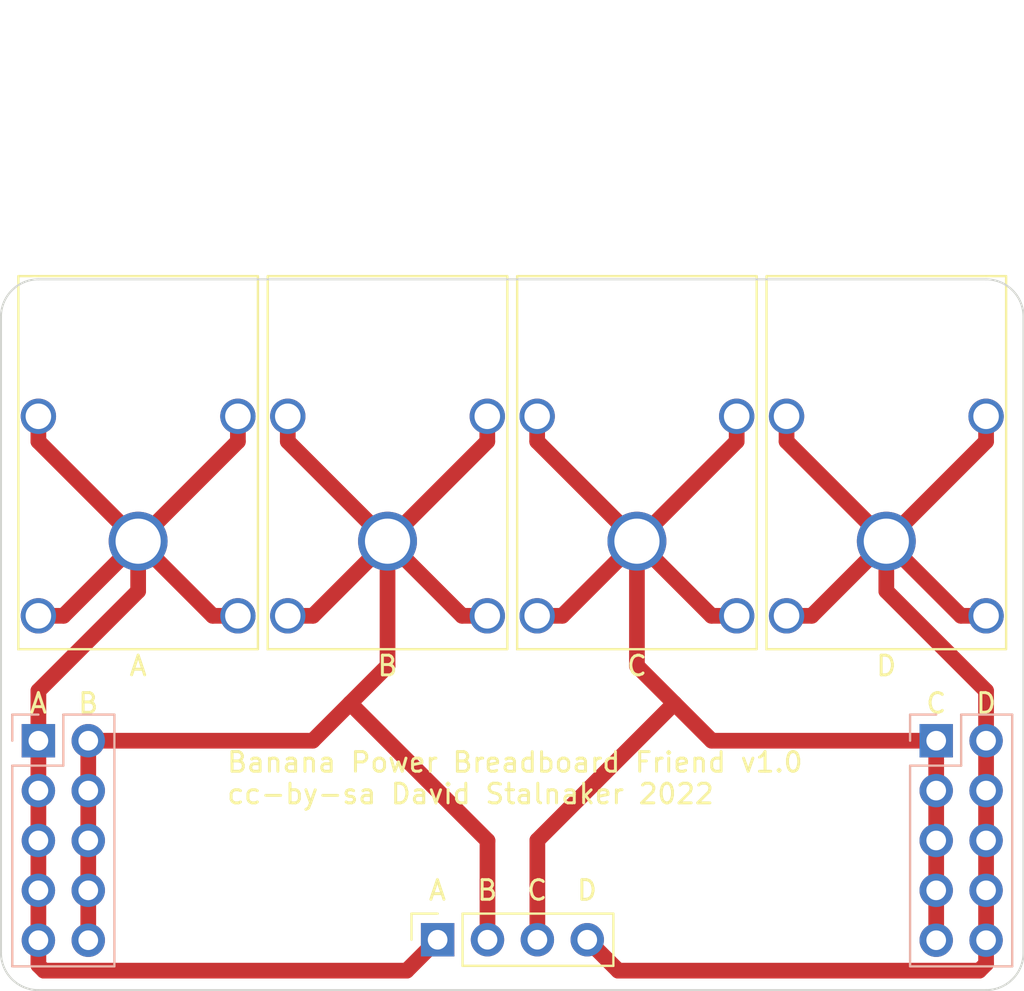
<source format=kicad_pcb>
(kicad_pcb (version 20211014) (generator pcbnew)
  (layers (0 "F.Cu" signal) (31 "B.Cu" signal) (34 "B.Paste" user) (35 "F.Paste" user) (36 "B.SilkS" user "B.Silkscreen") (37 "F.SilkS" user "F.Silkscreen") (38 "B.Mask" user) (39 "F.Mask" user) (44 "Edge.Cuts" user))
  (net 0 "")
  (net 1 "Net-(J1-Pad1)")
  (net 2 "Net-(J2-Pad1)")
  (net 3 "Net-(J3-Pad1)")
  (net 4 "Net-(J4-Pad1)")
  (footprint "davidstalnaker:Banana_Cliff_S16N-PC" (layer "F.Cu") (at 134.62 86.36)
    (fp_text reference "J4" hide)
    (fp_text value "Conn_01x01_Female" hide)
    (fp_rect (start -6.1 5.5) (end 6.1 -13.5) (layer "F.SilkS") (width 0.12) (fill none))
    (pad "1" thru_hole circle (at 0 0) (size 3 3) (drill 2.3) (layers *.Cu *.Mask) (net 4 "Net-(J4-Pad1)"))
    (pad "1" thru_hole circle (at -5.08 -6.36) (size 1.8 1.8) (drill 1.3) (layers *.Cu *.Mask) (net 4 "Net-(J4-Pad1)"))
    (pad "1" thru_hole circle (at 5.08 3.8) (size 1.8 1.8) (drill 1.3) (layers *.Cu *.Mask) (net 4 "Net-(J4-Pad1)"))
    (pad "1" thru_hole circle (at 5.08 -6.36) (size 1.8 1.8) (drill 1.3) (layers *.Cu *.Mask) (net 4 "Net-(J4-Pad1)"))
    (pad "1" thru_hole circle (at -5.08 3.8) (size 1.8 1.8) (drill 1.3) (layers *.Cu *.Mask) (net 4 "Net-(J4-Pad1)"))
  )
  (footprint "Connector_PinSocket_2.54mm:PinSocket_1x04_P2.54mm_Vertical" (layer "F.Cu") (at 111.77 106.655 90)
    (fp_text reference "J7" hide)
    (fp_text value "Conn_01x04" hide)
    (fp_line (start 0 -1.33) (end 1.33 -1.33) (layer "F.SilkS") (width 0.12))
    (fp_line (start -1.33 8.95) (end 1.33 8.95) (layer "F.SilkS") (width 0.12))
    (fp_line (start 1.33 1.27) (end 1.33 8.95) (layer "F.SilkS") (width 0.12))
    (fp_line (start -1.33 1.27) (end -1.33 8.95) (layer "F.SilkS") (width 0.12))
    (fp_line (start 1.33 -1.33) (end 1.33 0) (layer "F.SilkS") (width 0.12))
    (fp_line (start -1.33 1.27) (end 1.33 1.27) (layer "F.SilkS") (width 0.12))
    (pad "1" thru_hole rect locked (at 0 0 90) (size 1.7 1.7) (drill 1) (layers *.Cu *.Mask) (net 1 "Net-(J1-Pad1)"))
    (pad "2" thru_hole oval locked (at 0 2.54 90) (size 1.7 1.7) (drill 1) (layers *.Cu *.Mask) (net 2 "Net-(J2-Pad1)"))
    (pad "3" thru_hole oval locked (at 0 5.08 90) (size 1.7 1.7) (drill 1) (layers *.Cu *.Mask) (net 3 "Net-(J3-Pad1)"))
    (pad "4" thru_hole oval locked (at 0 7.62 90) (size 1.7 1.7) (drill 1) (layers *.Cu *.Mask) (net 4 "Net-(J4-Pad1)"))
  )
  (footprint "davidstalnaker:Banana_Cliff_S16N-PC" (layer "F.Cu") (at 121.92 86.36)
    (fp_text reference "J3" hide)
    (fp_text value "Conn_01x01_Female" hide)
    (fp_rect (start -6.1 5.5) (end 6.1 -13.5) (layer "F.SilkS") (width 0.12) (fill none))
    (pad "1" thru_hole circle (at 0 0) (size 3 3) (drill 2.3) (layers *.Cu *.Mask) (net 3 "Net-(J3-Pad1)"))
    (pad "1" thru_hole circle (at -5.08 -6.36) (size 1.8 1.8) (drill 1.3) (layers *.Cu *.Mask) (net 3 "Net-(J3-Pad1)"))
    (pad "1" thru_hole circle (at 5.08 3.8) (size 1.8 1.8) (drill 1.3) (layers *.Cu *.Mask) (net 3 "Net-(J3-Pad1)"))
    (pad "1" thru_hole circle (at -5.08 3.8) (size 1.8 1.8) (drill 1.3) (layers *.Cu *.Mask) (net 3 "Net-(J3-Pad1)"))
    (pad "1" thru_hole circle (at 5.08 -6.36) (size 1.8 1.8) (drill 1.3) (layers *.Cu *.Mask) (net 3 "Net-(J3-Pad1)"))
  )
  (footprint "davidstalnaker:Banana_Cliff_S16N-PC" (layer "F.Cu") (at 96.52 86.36)
    (fp_text reference "J1" hide)
    (fp_text value "Conn_01x01_Female" hide)
    (fp_rect (start -6.1 5.5) (end 6.1 -13.5) (layer "F.SilkS") (width 0.12) (fill none))
    (pad "1" thru_hole circle (at 5.08 3.8) (size 1.8 1.8) (drill 1.3) (layers *.Cu *.Mask) (net 1 "Net-(J1-Pad1)"))
    (pad "1" thru_hole circle (at -5.08 -6.36) (size 1.8 1.8) (drill 1.3) (layers *.Cu *.Mask) (net 1 "Net-(J1-Pad1)"))
    (pad "1" thru_hole circle (at -5.08 3.8) (size 1.8 1.8) (drill 1.3) (layers *.Cu *.Mask) (net 1 "Net-(J1-Pad1)"))
    (pad "1" thru_hole circle (at 5.08 -6.36) (size 1.8 1.8) (drill 1.3) (layers *.Cu *.Mask) (net 1 "Net-(J1-Pad1)"))
    (pad "1" thru_hole circle (at 0 0) (size 3 3) (drill 2.3) (layers *.Cu *.Mask) (net 1 "Net-(J1-Pad1)"))
  )
  (footprint "davidstalnaker:Banana_Cliff_S16N-PC" (layer "F.Cu") (at 109.22 86.36)
    (fp_text reference "J2" hide)
    (fp_text value "Conn_01x01_Female" hide)
    (fp_rect (start -6.1 5.5) (end 6.1 -13.5) (layer "F.SilkS") (width 0.12) (fill none))
    (pad "1" thru_hole circle (at -5.08 -6.36) (size 1.8 1.8) (drill 1.3) (layers *.Cu *.Mask) (net 2 "Net-(J2-Pad1)"))
    (pad "1" thru_hole circle (at 5.08 -6.36) (size 1.8 1.8) (drill 1.3) (layers *.Cu *.Mask) (net 2 "Net-(J2-Pad1)"))
    (pad "1" thru_hole circle (at -5.08 3.8) (size 1.8 1.8) (drill 1.3) (layers *.Cu *.Mask) (net 2 "Net-(J2-Pad1)"))
    (pad "1" thru_hole circle (at 5.08 3.8) (size 1.8 1.8) (drill 1.3) (layers *.Cu *.Mask) (net 2 "Net-(J2-Pad1)"))
    (pad "1" thru_hole circle (at 0 0) (size 3 3) (drill 2.3) (layers *.Cu *.Mask) (net 2 "Net-(J2-Pad1)"))
  )
  (footprint "Connector_PinSocket_2.54mm:PinSocket_2x05_P2.54mm_Vertical" (layer "B.Cu") (at 137.16 96.52 180)
    (fp_text reference "J6" hide)
    (fp_text value "Conn_02x05_Counter_Clockwise" hide)
    (fp_line (start 1.33 -1.27) (end 1.33 -11.49) (layer "B.SilkS") (width 0.12))
    (fp_line (start -3.87 -11.49) (end 1.33 -11.49) (layer "B.SilkS") (width 0.12))
    (fp_line (start -3.87 1.33) (end -1.27 1.33) (layer "B.SilkS") (width 0.12))
    (fp_line (start 0 1.33) (end 1.33 1.33) (layer "B.SilkS") (width 0.12))
    (fp_line (start 1.33 1.33) (end 1.33 0) (layer "B.SilkS") (width 0.12))
    (fp_line (start -1.27 1.33) (end -1.27 -1.27) (layer "B.SilkS") (width 0.12))
    (fp_line (start -1.27 -1.27) (end 1.33 -1.27) (layer "B.SilkS") (width 0.12))
    (fp_line (start -3.87 1.33) (end -3.87 -11.49) (layer "B.SilkS") (width 0.12))
    (pad "1" thru_hole rect locked (at 0 0 180) (size 1.7 1.7) (drill 1) (layers *.Cu *.Mask) (net 3 "Net-(J3-Pad1)"))
    (pad "2" thru_hole oval locked (at -2.54 0 180) (size 1.7 1.7) (drill 1) (layers *.Cu *.Mask) (net 4 "Net-(J4-Pad1)"))
    (pad "3" thru_hole oval locked (at 0 -2.54 180) (size 1.7 1.7) (drill 1) (layers *.Cu *.Mask) (net 3 "Net-(J3-Pad1)"))
    (pad "4" thru_hole oval locked (at -2.54 -2.54 180) (size 1.7 1.7) (drill 1) (layers *.Cu *.Mask) (net 4 "Net-(J4-Pad1)"))
    (pad "5" thru_hole oval locked (at 0 -5.08 180) (size 1.7 1.7) (drill 1) (layers *.Cu *.Mask) (net 3 "Net-(J3-Pad1)"))
    (pad "6" thru_hole oval locked (at -2.54 -5.08 180) (size 1.7 1.7) (drill 1) (layers *.Cu *.Mask) (net 4 "Net-(J4-Pad1)"))
    (pad "7" thru_hole oval locked (at 0 -7.62 180) (size 1.7 1.7) (drill 1) (layers *.Cu *.Mask) (net 3 "Net-(J3-Pad1)"))
    (pad "8" thru_hole oval locked (at -2.54 -7.62 180) (size 1.7 1.7) (drill 1) (layers *.Cu *.Mask) (net 4 "Net-(J4-Pad1)"))
    (pad "9" thru_hole oval locked (at 0 -10.16 180) (size 1.7 1.7) (drill 1) (layers *.Cu *.Mask) (net 3 "Net-(J3-Pad1)"))
    (pad "10" thru_hole oval locked (at -2.54 -10.16 180) (size 1.7 1.7) (drill 1) (layers *.Cu *.Mask) (net 4 "Net-(J4-Pad1)"))
  )
  (footprint "Connector_PinSocket_2.54mm:PinSocket_2x05_P2.54mm_Vertical" (layer "B.Cu") (at 91.44 96.52 180)
    (fp_text reference "J5" hide)
    (fp_text value "Conn_02x05_Counter_Clockwise" hide)
    (fp_line (start -3.87 1.33) (end -1.27 1.33) (layer "B.SilkS") (width 0.12))
    (fp_line (start -3.87 -11.49) (end 1.33 -11.49) (layer "B.SilkS") (width 0.12))
    (fp_line (start 1.33 -1.27) (end 1.33 -11.49) (layer "B.SilkS") (width 0.12))
    (fp_line (start -1.27 1.33) (end -1.27 -1.27) (layer "B.SilkS") (width 0.12))
    (fp_line (start -1.27 -1.27) (end 1.33 -1.27) (layer "B.SilkS") (width 0.12))
    (fp_line (start -3.87 1.33) (end -3.87 -11.49) (layer "B.SilkS") (width 0.12))
    (fp_line (start 1.33 1.33) (end 1.33 0) (layer "B.SilkS") (width 0.12))
    (fp_line (start 0 1.33) (end 1.33 1.33) (layer "B.SilkS") (width 0.12))
    (pad "1" thru_hole rect locked (at 0 0 180) (size 1.7 1.7) (drill 1) (layers *.Cu *.Mask) (net 1 "Net-(J1-Pad1)"))
    (pad "2" thru_hole oval locked (at -2.54 0 180) (size 1.7 1.7) (drill 1) (layers *.Cu *.Mask) (net 2 "Net-(J2-Pad1)"))
    (pad "3" thru_hole oval locked (at 0 -2.54 180) (size 1.7 1.7) (drill 1) (layers *.Cu *.Mask) (net 1 "Net-(J1-Pad1)"))
    (pad "4" thru_hole oval locked (at -2.54 -2.54 180) (size 1.7 1.7) (drill 1) (layers *.Cu *.Mask) (net 2 "Net-(J2-Pad1)"))
    (pad "5" thru_hole oval locked (at 0 -5.08 180) (size 1.7 1.7) (drill 1) (layers *.Cu *.Mask) (net 1 "Net-(J1-Pad1)"))
    (pad "6" thru_hole oval locked (at -2.54 -5.08 180) (size 1.7 1.7) (drill 1) (layers *.Cu *.Mask) (net 2 "Net-(J2-Pad1)"))
    (pad "7" thru_hole oval locked (at 0 -7.62 180) (size 1.7 1.7) (drill 1) (layers *.Cu *.Mask) (net 1 "Net-(J1-Pad1)"))
    (pad "8" thru_hole oval locked (at -2.54 -7.62 180) (size 1.7 1.7) (drill 1) (layers *.Cu *.Mask) (net 2 "Net-(J2-Pad1)"))
    (pad "9" thru_hole oval locked (at 0 -10.16 180) (size 1.7 1.7) (drill 1) (layers *.Cu *.Mask) (net 1 "Net-(J1-Pad1)"))
    (pad "10" thru_hole oval locked (at -2.54 -10.16 180) (size 1.7 1.7) (drill 1) (layers *.Cu *.Mask) (net 2 "Net-(J2-Pad1)"))
  )
  (gr_arc (start 139.7 73.025) (mid 141.047038 73.582962) (end 141.605 74.93) (layer "Edge.Cuts") (width 0.1))
  (gr_arc (start 91.44 109.22) (mid 90.092962 108.662038) (end 89.535 107.315) (layer "Edge.Cuts") (width 0.1))
  (gr_line (start 89.535 107.315) (end 89.535 74.93) (layer "Edge.Cuts") (width 0.1))
  (gr_line (start 139.7 73.025) (end 91.44 73.025) (layer "Edge.Cuts") (width 0.1))
  (gr_line (start 91.44 109.22) (end 139.7 109.22) (layer "Edge.Cuts") (width 0.1))
  (gr_line (start 141.605 107.315) (end 141.605 74.93) (layer "Edge.Cuts") (width 0.1))
  (gr_arc (start 141.605 107.315) (mid 141.047038 108.662038) (end 139.7 109.22) (layer "Edge.Cuts") (width 0.1))
  (gr_arc (start 89.535 74.93) (mid 90.092962 73.582962) (end 91.44 73.025) (layer "Edge.Cuts") (width 0.1))
  (gr_text "D" (at 139.7 94.615) (layer "F.SilkS") (effects (font (size 1 1))))
  (gr_text "A" (at 91.44 94.615) (layer "F.SilkS") (effects (font (size 1 1))))
  (gr_text "D" (at 134.62 92.71) (layer "F.SilkS") (effects (font (size 1 1))))
  (gr_text "C" (at 121.92 92.71) (layer "F.SilkS") (effects (font (size 1 1))))
  (gr_text "B" (at 114.3 104.14) (layer "F.SilkS") (effects (font (size 1 1))))
  (gr_text "B" (at 109.22 92.71) (layer "F.SilkS") (effects (font (size 1 1))))
  (gr_text "C" (at 116.84 104.14) (layer "F.SilkS") (effects (font (size 1 1))))
  (gr_text "A" (at 111.76 104.14) (layer "F.SilkS") (effects (font (size 1 1))))
  (gr_text "Banana Power Breadboard Friend v1.0\ncc-by-sa David Stalnaker 2022\n" (at 100.965 98.425) (layer "F.SilkS") (effects (font (size 1 1)) (justify left)))
  (gr_text "C" (at 137.16 94.615) (layer "F.SilkS") (effects (font (size 1 1))))
  (gr_text "D" (at 119.38 104.14) (layer "F.SilkS") (effects (font (size 1 1))))
  (gr_text "A" (at 96.52 92.71) (layer "F.SilkS") (effects (font (size 1 1))))
  (gr_text "B" (at 93.98 94.615) (layer "F.SilkS") (effects (font (size 1 1))))
  (segment (start 91.44 106.68) (end 91.44 107.95) (width 0.8) (layer "F.Cu") (net 1))
  (segment (start 91.44 93.98) (end 96.52 88.9) (width 0.8) (layer "F.Cu") (net 1))
  (segment (start 91.44 90.16) (end 92.72 90.16) (width 0.8) (layer "F.Cu") (net 1))
  (segment (start 91.719511 108.229511) (end 110.195489 108.229511) (width 0.8) (layer "F.Cu") (net 1))
  (segment (start 91.44 107.95) (end 91.719511 108.229511) (width 0.8) (layer "F.Cu") (net 1))
  (segment (start 91.44 96.52) (end 91.44 93.98) (width 0.8) (layer "F.Cu") (net 1))
  (segment (start 92.72 90.16) (end 96.52 86.36) (width 0.8) (layer "F.Cu") (net 1))
  (segment (start 91.44 81.28) (end 91.44 80) (width 0.8) (layer "F.Cu") (net 1))
  (segment (start 96.52 86.36) (end 101.6 81.28) (width 0.8) (layer "F.Cu") (net 1))
  (segment (start 96.52 88.9) (end 96.52 86.36) (width 0.8) (layer "F.Cu") (net 1))
  (segment (start 101.6 81.28) (end 101.6 80) (width 0.8) (layer "F.Cu") (net 1))
  (segment (start 101.6 90.16) (end 100.32 90.16) (width 0.8) (layer "F.Cu") (net 1))
  (segment (start 96.52 86.36) (end 91.44 81.28) (width 0.8) (layer "F.Cu") (net 1))
  (segment (start 110.195489 108.229511) (end 111.77 106.655) (width 0.8) (layer "F.Cu") (net 1))
  (segment (start 100.32 90.16) (end 96.52 86.36) (width 0.8) (layer "F.Cu") (net 1))
  (segment (start 91.44 106.68) (end 91.44 96.52) (width 0.8) (layer "F.Cu") (net 1))
  (segment (start 114.31 101.61) (end 114.31 106.655) (width 0.8) (layer "F.Cu") (net 2))
  (segment (start 114.3 90.16) (end 113.02 90.16) (width 0.8) (layer "F.Cu") (net 2))
  (segment (start 113.02 90.16) (end 109.22 86.36) (width 0.8) (layer "F.Cu") (net 2))
  (segment (start 93.98 96.52) (end 105.41 96.52) (width 0.8) (layer "F.Cu") (net 2))
  (segment (start 109.22 86.36) (end 104.14 81.28) (width 0.8) (layer "F.Cu") (net 2))
  (segment (start 105.41 96.52) (end 107.315 94.615) (width 0.8) (layer "F.Cu") (net 2))
  (segment (start 107.315 94.615) (end 114.31 101.61) (width 0.8) (layer "F.Cu") (net 2))
  (segment (start 105.42 90.16) (end 109.22 86.36) (width 0.8) (layer "F.Cu") (net 2))
  (segment (start 109.22 92.71) (end 109.22 86.36) (width 0.8) (layer "F.Cu") (net 2))
  (segment (start 104.14 81.28) (end 104.14 80) (width 0.8) (layer "F.Cu") (net 2))
  (segment (start 104.14 90.16) (end 105.42 90.16) (width 0.8) (layer "F.Cu") (net 2))
  (segment (start 109.22 86.36) (end 114.3 81.28) (width 0.8) (layer "F.Cu") (net 2))
  (segment (start 114.3 81.28) (end 114.3 80) (width 0.8) (layer "F.Cu") (net 2))
  (segment (start 93.98 106.68) (end 93.98 96.52) (width 0.8) (layer "F.Cu") (net 2))
  (segment (start 107.315 94.615) (end 109.22 92.71) (width 0.8) (layer "F.Cu") (net 2))
  (segment (start 125.72 90.16) (end 121.92 86.36) (width 0.8) (layer "F.Cu") (net 3))
  (segment (start 127 90.16) (end 125.72 90.16) (width 0.8) (layer "F.Cu") (net 3))
  (segment (start 137.16 96.52) (end 137.16 106.68) (width 0.8) (layer "F.Cu") (net 3))
  (segment (start 127 80) (end 127 81.28) (width 0.8) (layer "F.Cu") (net 3))
  (segment (start 125.73 96.52) (end 137.16 96.52) (width 0.8) (layer "F.Cu") (net 3))
  (segment (start 116.84 90.16) (end 118.12 90.16) (width 0.8) (layer "F.Cu") (net 3))
  (segment (start 123.825 94.615) (end 125.73 96.52) (width 0.8) (layer "F.Cu") (net 3))
  (segment (start 121.92 86.36) (end 121.92 92.71) (width 0.8) (layer "F.Cu") (net 3))
  (segment (start 123.825 94.615) (end 116.85 101.59) (width 0.8) (layer "F.Cu") (net 3))
  (segment (start 116.84 81.28) (end 121.92 86.36) (width 0.8) (layer "F.Cu") (net 3))
  (segment (start 121.92 92.71) (end 123.825 94.615) (width 0.8) (layer "F.Cu") (net 3))
  (segment (start 127 81.28) (end 121.92 86.36) (width 0.8) (layer "F.Cu") (net 3))
  (segment (start 116.84 80) (end 116.84 81.28) (width 0.8) (layer "F.Cu") (net 3))
  (segment (start 118.12 90.16) (end 121.92 86.36) (width 0.8) (layer "F.Cu") (net 3))
  (segment (start 116.85 101.59) (end 116.85 106.655) (width 0.8) (layer "F.Cu") (net 3))
  (segment (start 139.7 90.16) (end 138.42 90.16) (width 0.8) (layer "F.Cu") (net 4))
  (segment (start 130.82 90.16) (end 134.62 86.36) (width 0.8) (layer "F.Cu") (net 4))
  (segment (start 139.7 80) (end 139.7 81.28) (width 0.8) (layer "F.Cu") (net 4))
  (segment (start 120.964511 108.229511) (end 119.39 106.655) (width 0.8) (layer "F.Cu") (net 4))
  (segment (start 134.62 88.9) (end 134.62 86.36) (width 0.8) (layer "F.Cu") (net 4))
  (segment (start 129.54 80) (end 129.54 81.28) (width 0.8) (layer "F.Cu") (net 4))
  (segment (start 129.54 90.16) (end 130.82 90.16) (width 0.8) (layer "F.Cu") (net 4))
  (segment (start 139.7 81.28) (end 134.62 86.36) (width 0.8) (layer "F.Cu") (net 4))
  (segment (start 139.7 93.98) (end 134.62 88.9) (width 0.8) (layer "F.Cu") (net 4))
  (segment (start 139.7 96.52) (end 139.7 93.98) (width 0.8) (layer "F.Cu") (net 4))
  (segment (start 139.7 107.882081) (end 139.35257 108.229511) (width 0.8) (layer "F.Cu") (net 4))
  (segment (start 139.7 106.68) (end 139.7 107.882081) (width 0.8) (layer "F.Cu") (net 4))
  (segment (start 139.7 96.52) (end 139.7 106.68) (width 0.8) (layer "F.Cu") (net 4))
  (segment (start 138.42 90.16) (end 134.62 86.36) (width 0.8) (layer "F.Cu") (net 4))
  (segment (start 139.35257 108.229511) (end 120.964511 108.229511) (width 0.8) (layer "F.Cu") (net 4))
  (segment (start 129.54 81.28) (end 134.62 86.36) (width 0.8) (layer "F.Cu") (net 4))
)
</source>
